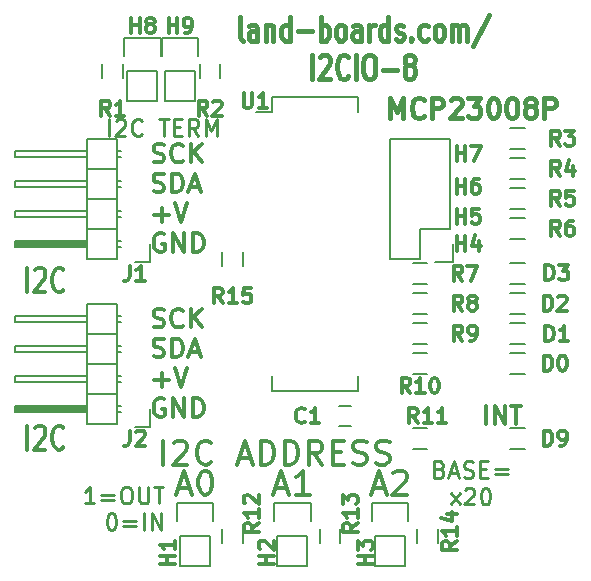
<source format=gto>
G04 #@! TF.FileFunction,Legend,Top*
%FSLAX46Y46*%
G04 Gerber Fmt 4.6, Leading zero omitted, Abs format (unit mm)*
G04 Created by KiCad (PCBNEW (after 2015-mar-04 BZR unknown)-product) date 10/20/2015 10:29:55 AM*
%MOMM*%
G01*
G04 APERTURE LIST*
%ADD10C,0.150000*%
%ADD11C,0.285750*%
%ADD12C,0.304800*%
%ADD13C,0.381000*%
%ADD14C,0.412750*%
G04 APERTURE END LIST*
D10*
D11*
X9222620Y-11172976D02*
X9222620Y-9775976D01*
X9821334Y-9909024D02*
X9887858Y-9842500D01*
X10020906Y-9775976D01*
X10353525Y-9775976D01*
X10486572Y-9842500D01*
X10553096Y-9909024D01*
X10619620Y-10042071D01*
X10619620Y-10175119D01*
X10553096Y-10374690D01*
X9754810Y-11172976D01*
X10619620Y-11172976D01*
X12016620Y-11039929D02*
X11950096Y-11106452D01*
X11750525Y-11172976D01*
X11617477Y-11172976D01*
X11417905Y-11106452D01*
X11284858Y-10973405D01*
X11218334Y-10840357D01*
X11151810Y-10574262D01*
X11151810Y-10374690D01*
X11218334Y-10108595D01*
X11284858Y-9975548D01*
X11417905Y-9842500D01*
X11617477Y-9775976D01*
X11750525Y-9775976D01*
X11950096Y-9842500D01*
X12016620Y-9909024D01*
X13480144Y-9775976D02*
X14278429Y-9775976D01*
X13879286Y-11172976D02*
X13879286Y-9775976D01*
X14744096Y-10441214D02*
X15209763Y-10441214D01*
X15409334Y-11172976D02*
X14744096Y-11172976D01*
X14744096Y-9775976D01*
X15409334Y-9775976D01*
X16806334Y-11172976D02*
X16340667Y-10507738D01*
X16008048Y-11172976D02*
X16008048Y-9775976D01*
X16540239Y-9775976D01*
X16673286Y-9842500D01*
X16739810Y-9909024D01*
X16806334Y-10042071D01*
X16806334Y-10241643D01*
X16739810Y-10374690D01*
X16673286Y-10441214D01*
X16540239Y-10507738D01*
X16008048Y-10507738D01*
X17405048Y-11172976D02*
X17405048Y-9775976D01*
X17870715Y-10773833D01*
X18336381Y-9775976D01*
X18336381Y-11172976D01*
X7982857Y-42310201D02*
X7184571Y-42310201D01*
X7583714Y-42310201D02*
X7583714Y-40913201D01*
X7450666Y-41112773D01*
X7317619Y-41245820D01*
X7184571Y-41312344D01*
X8581571Y-41578439D02*
X9645952Y-41578439D01*
X9645952Y-41977582D02*
X8581571Y-41977582D01*
X10577285Y-40913201D02*
X10843381Y-40913201D01*
X10976428Y-40979725D01*
X11109476Y-41112773D01*
X11176000Y-41378868D01*
X11176000Y-41844535D01*
X11109476Y-42110630D01*
X10976428Y-42243677D01*
X10843381Y-42310201D01*
X10577285Y-42310201D01*
X10444238Y-42243677D01*
X10311190Y-42110630D01*
X10244666Y-41844535D01*
X10244666Y-41378868D01*
X10311190Y-41112773D01*
X10444238Y-40979725D01*
X10577285Y-40913201D01*
X11774714Y-40913201D02*
X11774714Y-42044106D01*
X11841238Y-42177154D01*
X11907762Y-42243677D01*
X12040809Y-42310201D01*
X12306905Y-42310201D01*
X12439952Y-42243677D01*
X12506476Y-42177154D01*
X12573000Y-42044106D01*
X12573000Y-40913201D01*
X13038667Y-40913201D02*
X13836952Y-40913201D01*
X13437809Y-42310201D02*
X13437809Y-40913201D01*
X9379857Y-43154751D02*
X9512905Y-43154751D01*
X9645953Y-43221275D01*
X9712476Y-43287799D01*
X9779000Y-43420846D01*
X9845524Y-43686942D01*
X9845524Y-44019561D01*
X9779000Y-44285656D01*
X9712476Y-44418704D01*
X9645953Y-44485227D01*
X9512905Y-44551751D01*
X9379857Y-44551751D01*
X9246810Y-44485227D01*
X9180286Y-44418704D01*
X9113762Y-44285656D01*
X9047238Y-44019561D01*
X9047238Y-43686942D01*
X9113762Y-43420846D01*
X9180286Y-43287799D01*
X9246810Y-43221275D01*
X9379857Y-43154751D01*
X10444238Y-43819989D02*
X11508619Y-43819989D01*
X11508619Y-44219132D02*
X10444238Y-44219132D01*
X12173857Y-44551751D02*
X12173857Y-43154751D01*
X12839095Y-44551751D02*
X12839095Y-43154751D01*
X13637381Y-44551751D01*
X13637381Y-43154751D01*
X37217048Y-39419439D02*
X37416619Y-39485963D01*
X37483143Y-39552487D01*
X37549667Y-39685535D01*
X37549667Y-39885106D01*
X37483143Y-40018154D01*
X37416619Y-40084677D01*
X37283572Y-40151201D01*
X36751381Y-40151201D01*
X36751381Y-38754201D01*
X37217048Y-38754201D01*
X37350095Y-38820725D01*
X37416619Y-38887249D01*
X37483143Y-39020296D01*
X37483143Y-39153344D01*
X37416619Y-39286392D01*
X37350095Y-39352915D01*
X37217048Y-39419439D01*
X36751381Y-39419439D01*
X38081857Y-39752058D02*
X38747095Y-39752058D01*
X37948810Y-40151201D02*
X38414476Y-38754201D01*
X38880143Y-40151201D01*
X39279286Y-40084677D02*
X39478858Y-40151201D01*
X39811477Y-40151201D01*
X39944524Y-40084677D01*
X40011048Y-40018154D01*
X40077572Y-39885106D01*
X40077572Y-39752058D01*
X40011048Y-39619011D01*
X39944524Y-39552487D01*
X39811477Y-39485963D01*
X39545381Y-39419439D01*
X39412334Y-39352915D01*
X39345810Y-39286392D01*
X39279286Y-39153344D01*
X39279286Y-39020296D01*
X39345810Y-38887249D01*
X39412334Y-38820725D01*
X39545381Y-38754201D01*
X39878001Y-38754201D01*
X40077572Y-38820725D01*
X40676286Y-39419439D02*
X41141953Y-39419439D01*
X41341524Y-40151201D02*
X40676286Y-40151201D01*
X40676286Y-38754201D01*
X41341524Y-38754201D01*
X41940238Y-39419439D02*
X43004619Y-39419439D01*
X43004619Y-39818582D02*
X41940238Y-39818582D01*
X38181643Y-42392751D02*
X38913405Y-41461418D01*
X38181643Y-41461418D02*
X38913405Y-42392751D01*
X39379072Y-41128799D02*
X39445596Y-41062275D01*
X39578644Y-40995751D01*
X39911263Y-40995751D01*
X40044310Y-41062275D01*
X40110834Y-41128799D01*
X40177358Y-41261846D01*
X40177358Y-41394894D01*
X40110834Y-41594465D01*
X39312548Y-42392751D01*
X40177358Y-42392751D01*
X41042167Y-40995751D02*
X41175215Y-40995751D01*
X41308263Y-41062275D01*
X41374786Y-41128799D01*
X41441310Y-41261846D01*
X41507834Y-41527942D01*
X41507834Y-41860561D01*
X41441310Y-42126656D01*
X41374786Y-42259704D01*
X41308263Y-42326227D01*
X41175215Y-42392751D01*
X41042167Y-42392751D01*
X40909120Y-42326227D01*
X40842596Y-42259704D01*
X40776072Y-42126656D01*
X40709548Y-41860561D01*
X40709548Y-41527942D01*
X40776072Y-41261846D01*
X40842596Y-41128799D01*
X40909120Y-41062275D01*
X41042167Y-40995751D01*
D12*
X13836954Y-39019238D02*
X13836954Y-36987238D01*
X14707811Y-37180762D02*
X14804573Y-37084000D01*
X14998096Y-36987238D01*
X15481906Y-36987238D01*
X15675430Y-37084000D01*
X15772192Y-37180762D01*
X15868953Y-37374286D01*
X15868953Y-37567810D01*
X15772192Y-37858095D01*
X14611049Y-39019238D01*
X15868953Y-39019238D01*
X17900953Y-38825714D02*
X17804191Y-38922476D01*
X17513906Y-39019238D01*
X17320382Y-39019238D01*
X17030096Y-38922476D01*
X16836572Y-38728952D01*
X16739811Y-38535429D01*
X16643049Y-38148381D01*
X16643049Y-37858095D01*
X16739811Y-37471048D01*
X16836572Y-37277524D01*
X17030096Y-37084000D01*
X17320382Y-36987238D01*
X17513906Y-36987238D01*
X17804191Y-37084000D01*
X17900953Y-37180762D01*
X20223239Y-38438667D02*
X21190858Y-38438667D01*
X20029715Y-39019238D02*
X20707048Y-36987238D01*
X21384381Y-39019238D01*
X22061715Y-39019238D02*
X22061715Y-36987238D01*
X22545524Y-36987238D01*
X22835810Y-37084000D01*
X23029334Y-37277524D01*
X23126095Y-37471048D01*
X23222857Y-37858095D01*
X23222857Y-38148381D01*
X23126095Y-38535429D01*
X23029334Y-38728952D01*
X22835810Y-38922476D01*
X22545524Y-39019238D01*
X22061715Y-39019238D01*
X24093715Y-39019238D02*
X24093715Y-36987238D01*
X24577524Y-36987238D01*
X24867810Y-37084000D01*
X25061334Y-37277524D01*
X25158095Y-37471048D01*
X25254857Y-37858095D01*
X25254857Y-38148381D01*
X25158095Y-38535429D01*
X25061334Y-38728952D01*
X24867810Y-38922476D01*
X24577524Y-39019238D01*
X24093715Y-39019238D01*
X27286857Y-39019238D02*
X26609524Y-38051619D01*
X26125715Y-39019238D02*
X26125715Y-36987238D01*
X26899810Y-36987238D01*
X27093334Y-37084000D01*
X27190095Y-37180762D01*
X27286857Y-37374286D01*
X27286857Y-37664571D01*
X27190095Y-37858095D01*
X27093334Y-37954857D01*
X26899810Y-38051619D01*
X26125715Y-38051619D01*
X28157715Y-37954857D02*
X28835048Y-37954857D01*
X29125334Y-39019238D02*
X28157715Y-39019238D01*
X28157715Y-36987238D01*
X29125334Y-36987238D01*
X29899429Y-38922476D02*
X30189714Y-39019238D01*
X30673524Y-39019238D01*
X30867048Y-38922476D01*
X30963810Y-38825714D01*
X31060571Y-38632190D01*
X31060571Y-38438667D01*
X30963810Y-38245143D01*
X30867048Y-38148381D01*
X30673524Y-38051619D01*
X30286476Y-37954857D01*
X30092952Y-37858095D01*
X29996191Y-37761333D01*
X29899429Y-37567810D01*
X29899429Y-37374286D01*
X29996191Y-37180762D01*
X30092952Y-37084000D01*
X30286476Y-36987238D01*
X30770286Y-36987238D01*
X31060571Y-37084000D01*
X31834667Y-38922476D02*
X32124952Y-39019238D01*
X32608762Y-39019238D01*
X32802286Y-38922476D01*
X32899048Y-38825714D01*
X32995809Y-38632190D01*
X32995809Y-38438667D01*
X32899048Y-38245143D01*
X32802286Y-38148381D01*
X32608762Y-38051619D01*
X32221714Y-37954857D01*
X32028190Y-37858095D01*
X31931429Y-37761333D01*
X31834667Y-37567810D01*
X31834667Y-37374286D01*
X31931429Y-37180762D01*
X32028190Y-37084000D01*
X32221714Y-36987238D01*
X32705524Y-36987238D01*
X32995809Y-37084000D01*
X38656381Y-13274524D02*
X38656381Y-12004524D01*
X38656381Y-12609286D02*
X39382095Y-12609286D01*
X39382095Y-13274524D02*
X39382095Y-12004524D01*
X39865905Y-12004524D02*
X40712571Y-12004524D01*
X40168286Y-13274524D01*
X38656381Y-16068524D02*
X38656381Y-14798524D01*
X38656381Y-15403286D02*
X39382095Y-15403286D01*
X39382095Y-16068524D02*
X39382095Y-14798524D01*
X40531143Y-14798524D02*
X40289238Y-14798524D01*
X40168286Y-14859000D01*
X40107809Y-14919476D01*
X39986857Y-15100905D01*
X39926381Y-15342810D01*
X39926381Y-15826619D01*
X39986857Y-15947571D01*
X40047333Y-16008048D01*
X40168286Y-16068524D01*
X40410190Y-16068524D01*
X40531143Y-16008048D01*
X40591619Y-15947571D01*
X40652095Y-15826619D01*
X40652095Y-15524238D01*
X40591619Y-15403286D01*
X40531143Y-15342810D01*
X40410190Y-15282333D01*
X40168286Y-15282333D01*
X40047333Y-15342810D01*
X39986857Y-15403286D01*
X39926381Y-15524238D01*
X38656381Y-18608524D02*
X38656381Y-17338524D01*
X38656381Y-17943286D02*
X39382095Y-17943286D01*
X39382095Y-18608524D02*
X39382095Y-17338524D01*
X40591619Y-17338524D02*
X39986857Y-17338524D01*
X39926381Y-17943286D01*
X39986857Y-17882810D01*
X40107809Y-17822333D01*
X40410190Y-17822333D01*
X40531143Y-17882810D01*
X40591619Y-17943286D01*
X40652095Y-18064238D01*
X40652095Y-18366619D01*
X40591619Y-18487571D01*
X40531143Y-18548048D01*
X40410190Y-18608524D01*
X40107809Y-18608524D01*
X39986857Y-18548048D01*
X39926381Y-18487571D01*
X41166143Y-35614429D02*
X41166143Y-34090429D01*
X41891857Y-35614429D02*
X41891857Y-34090429D01*
X42762714Y-35614429D01*
X42762714Y-34090429D01*
X43270714Y-34090429D02*
X44141571Y-34090429D01*
X43706142Y-35614429D02*
X43706142Y-34090429D01*
X13002381Y-27331610D02*
X13229167Y-27407205D01*
X13607143Y-27407205D01*
X13758333Y-27331610D01*
X13833929Y-27256014D01*
X13909524Y-27104824D01*
X13909524Y-26953633D01*
X13833929Y-26802443D01*
X13758333Y-26726848D01*
X13607143Y-26651252D01*
X13304762Y-26575657D01*
X13153571Y-26500062D01*
X13077976Y-26424467D01*
X13002381Y-26273276D01*
X13002381Y-26122086D01*
X13077976Y-25970895D01*
X13153571Y-25895300D01*
X13304762Y-25819705D01*
X13682738Y-25819705D01*
X13909524Y-25895300D01*
X15497024Y-27256014D02*
X15421429Y-27331610D01*
X15194643Y-27407205D01*
X15043453Y-27407205D01*
X14816667Y-27331610D01*
X14665476Y-27180419D01*
X14589881Y-27029229D01*
X14514286Y-26726848D01*
X14514286Y-26500062D01*
X14589881Y-26197681D01*
X14665476Y-26046490D01*
X14816667Y-25895300D01*
X15043453Y-25819705D01*
X15194643Y-25819705D01*
X15421429Y-25895300D01*
X15497024Y-25970895D01*
X16177381Y-27407205D02*
X16177381Y-25819705D01*
X17084524Y-27407205D02*
X16404167Y-26500062D01*
X17084524Y-25819705D02*
X16177381Y-26726848D01*
X13002381Y-29858910D02*
X13229167Y-29934505D01*
X13607143Y-29934505D01*
X13758333Y-29858910D01*
X13833929Y-29783314D01*
X13909524Y-29632124D01*
X13909524Y-29480933D01*
X13833929Y-29329743D01*
X13758333Y-29254148D01*
X13607143Y-29178552D01*
X13304762Y-29102957D01*
X13153571Y-29027362D01*
X13077976Y-28951767D01*
X13002381Y-28800576D01*
X13002381Y-28649386D01*
X13077976Y-28498195D01*
X13153571Y-28422600D01*
X13304762Y-28347005D01*
X13682738Y-28347005D01*
X13909524Y-28422600D01*
X14589881Y-29934505D02*
X14589881Y-28347005D01*
X14967857Y-28347005D01*
X15194643Y-28422600D01*
X15345834Y-28573790D01*
X15421429Y-28724981D01*
X15497024Y-29027362D01*
X15497024Y-29254148D01*
X15421429Y-29556529D01*
X15345834Y-29707719D01*
X15194643Y-29858910D01*
X14967857Y-29934505D01*
X14589881Y-29934505D01*
X16101786Y-29480933D02*
X16857738Y-29480933D01*
X15950595Y-29934505D02*
X16479762Y-28347005D01*
X17008929Y-29934505D01*
X13077976Y-31857043D02*
X14287500Y-31857043D01*
X13682738Y-32461805D02*
X13682738Y-31252281D01*
X14816666Y-30874305D02*
X15345833Y-32461805D01*
X15875000Y-30874305D01*
X13909524Y-33477200D02*
X13758333Y-33401605D01*
X13531548Y-33401605D01*
X13304762Y-33477200D01*
X13153571Y-33628390D01*
X13077976Y-33779581D01*
X13002381Y-34081962D01*
X13002381Y-34308748D01*
X13077976Y-34611129D01*
X13153571Y-34762319D01*
X13304762Y-34913510D01*
X13531548Y-34989105D01*
X13682738Y-34989105D01*
X13909524Y-34913510D01*
X13985119Y-34837914D01*
X13985119Y-34308748D01*
X13682738Y-34308748D01*
X14665476Y-34989105D02*
X14665476Y-33401605D01*
X15572619Y-34989105D01*
X15572619Y-33401605D01*
X16328571Y-34989105D02*
X16328571Y-33401605D01*
X16706547Y-33401605D01*
X16933333Y-33477200D01*
X17084524Y-33628390D01*
X17160119Y-33779581D01*
X17235714Y-34081962D01*
X17235714Y-34308748D01*
X17160119Y-34611129D01*
X17084524Y-34762319D01*
X16933333Y-34913510D01*
X16706547Y-34989105D01*
X16328571Y-34989105D01*
X13002381Y-13361610D02*
X13229167Y-13437205D01*
X13607143Y-13437205D01*
X13758333Y-13361610D01*
X13833929Y-13286014D01*
X13909524Y-13134824D01*
X13909524Y-12983633D01*
X13833929Y-12832443D01*
X13758333Y-12756848D01*
X13607143Y-12681252D01*
X13304762Y-12605657D01*
X13153571Y-12530062D01*
X13077976Y-12454467D01*
X13002381Y-12303276D01*
X13002381Y-12152086D01*
X13077976Y-12000895D01*
X13153571Y-11925300D01*
X13304762Y-11849705D01*
X13682738Y-11849705D01*
X13909524Y-11925300D01*
X15497024Y-13286014D02*
X15421429Y-13361610D01*
X15194643Y-13437205D01*
X15043453Y-13437205D01*
X14816667Y-13361610D01*
X14665476Y-13210419D01*
X14589881Y-13059229D01*
X14514286Y-12756848D01*
X14514286Y-12530062D01*
X14589881Y-12227681D01*
X14665476Y-12076490D01*
X14816667Y-11925300D01*
X15043453Y-11849705D01*
X15194643Y-11849705D01*
X15421429Y-11925300D01*
X15497024Y-12000895D01*
X16177381Y-13437205D02*
X16177381Y-11849705D01*
X17084524Y-13437205D02*
X16404167Y-12530062D01*
X17084524Y-11849705D02*
X16177381Y-12756848D01*
X13002381Y-15888910D02*
X13229167Y-15964505D01*
X13607143Y-15964505D01*
X13758333Y-15888910D01*
X13833929Y-15813314D01*
X13909524Y-15662124D01*
X13909524Y-15510933D01*
X13833929Y-15359743D01*
X13758333Y-15284148D01*
X13607143Y-15208552D01*
X13304762Y-15132957D01*
X13153571Y-15057362D01*
X13077976Y-14981767D01*
X13002381Y-14830576D01*
X13002381Y-14679386D01*
X13077976Y-14528195D01*
X13153571Y-14452600D01*
X13304762Y-14377005D01*
X13682738Y-14377005D01*
X13909524Y-14452600D01*
X14589881Y-15964505D02*
X14589881Y-14377005D01*
X14967857Y-14377005D01*
X15194643Y-14452600D01*
X15345834Y-14603790D01*
X15421429Y-14754981D01*
X15497024Y-15057362D01*
X15497024Y-15284148D01*
X15421429Y-15586529D01*
X15345834Y-15737719D01*
X15194643Y-15888910D01*
X14967857Y-15964505D01*
X14589881Y-15964505D01*
X16101786Y-15510933D02*
X16857738Y-15510933D01*
X15950595Y-15964505D02*
X16479762Y-14377005D01*
X17008929Y-15964505D01*
X13077976Y-17887043D02*
X14287500Y-17887043D01*
X13682738Y-18491805D02*
X13682738Y-17282281D01*
X14816666Y-16904305D02*
X15345833Y-18491805D01*
X15875000Y-16904305D01*
X13909524Y-19507200D02*
X13758333Y-19431605D01*
X13531548Y-19431605D01*
X13304762Y-19507200D01*
X13153571Y-19658390D01*
X13077976Y-19809581D01*
X13002381Y-20111962D01*
X13002381Y-20338748D01*
X13077976Y-20641129D01*
X13153571Y-20792319D01*
X13304762Y-20943510D01*
X13531548Y-21019105D01*
X13682738Y-21019105D01*
X13909524Y-20943510D01*
X13985119Y-20867914D01*
X13985119Y-20338748D01*
X13682738Y-20338748D01*
X14665476Y-21019105D02*
X14665476Y-19431605D01*
X15572619Y-21019105D01*
X15572619Y-19431605D01*
X16328571Y-21019105D02*
X16328571Y-19431605D01*
X16706547Y-19431605D01*
X16933333Y-19507200D01*
X17084524Y-19658390D01*
X17160119Y-19809581D01*
X17235714Y-20111962D01*
X17235714Y-20338748D01*
X17160119Y-20641129D01*
X17084524Y-20792319D01*
X16933333Y-20943510D01*
X16706547Y-21019105D01*
X16328571Y-21019105D01*
D13*
X20537715Y-3116338D02*
X20392573Y-3019576D01*
X20320001Y-2826052D01*
X20320001Y-1084338D01*
X21771430Y-3116338D02*
X21771430Y-2051957D01*
X21698859Y-1858433D01*
X21553716Y-1761671D01*
X21263430Y-1761671D01*
X21118287Y-1858433D01*
X21771430Y-3019576D02*
X21626287Y-3116338D01*
X21263430Y-3116338D01*
X21118287Y-3019576D01*
X21045716Y-2826052D01*
X21045716Y-2632529D01*
X21118287Y-2439005D01*
X21263430Y-2342243D01*
X21626287Y-2342243D01*
X21771430Y-2245481D01*
X22497144Y-1761671D02*
X22497144Y-3116338D01*
X22497144Y-1955195D02*
X22569716Y-1858433D01*
X22714858Y-1761671D01*
X22932573Y-1761671D01*
X23077716Y-1858433D01*
X23150287Y-2051957D01*
X23150287Y-3116338D01*
X24529144Y-3116338D02*
X24529144Y-1084338D01*
X24529144Y-3019576D02*
X24384001Y-3116338D01*
X24093715Y-3116338D01*
X23948573Y-3019576D01*
X23876001Y-2922814D01*
X23803430Y-2729290D01*
X23803430Y-2148719D01*
X23876001Y-1955195D01*
X23948573Y-1858433D01*
X24093715Y-1761671D01*
X24384001Y-1761671D01*
X24529144Y-1858433D01*
X25254858Y-2342243D02*
X26416001Y-2342243D01*
X27141715Y-3116338D02*
X27141715Y-1084338D01*
X27141715Y-1858433D02*
X27286858Y-1761671D01*
X27577144Y-1761671D01*
X27722287Y-1858433D01*
X27794858Y-1955195D01*
X27867429Y-2148719D01*
X27867429Y-2729290D01*
X27794858Y-2922814D01*
X27722287Y-3019576D01*
X27577144Y-3116338D01*
X27286858Y-3116338D01*
X27141715Y-3019576D01*
X28738286Y-3116338D02*
X28593144Y-3019576D01*
X28520572Y-2922814D01*
X28448001Y-2729290D01*
X28448001Y-2148719D01*
X28520572Y-1955195D01*
X28593144Y-1858433D01*
X28738286Y-1761671D01*
X28956001Y-1761671D01*
X29101144Y-1858433D01*
X29173715Y-1955195D01*
X29246286Y-2148719D01*
X29246286Y-2729290D01*
X29173715Y-2922814D01*
X29101144Y-3019576D01*
X28956001Y-3116338D01*
X28738286Y-3116338D01*
X30552572Y-3116338D02*
X30552572Y-2051957D01*
X30480001Y-1858433D01*
X30334858Y-1761671D01*
X30044572Y-1761671D01*
X29899429Y-1858433D01*
X30552572Y-3019576D02*
X30407429Y-3116338D01*
X30044572Y-3116338D01*
X29899429Y-3019576D01*
X29826858Y-2826052D01*
X29826858Y-2632529D01*
X29899429Y-2439005D01*
X30044572Y-2342243D01*
X30407429Y-2342243D01*
X30552572Y-2245481D01*
X31278286Y-3116338D02*
X31278286Y-1761671D01*
X31278286Y-2148719D02*
X31350858Y-1955195D01*
X31423429Y-1858433D01*
X31568572Y-1761671D01*
X31713715Y-1761671D01*
X32874858Y-3116338D02*
X32874858Y-1084338D01*
X32874858Y-3019576D02*
X32729715Y-3116338D01*
X32439429Y-3116338D01*
X32294287Y-3019576D01*
X32221715Y-2922814D01*
X32149144Y-2729290D01*
X32149144Y-2148719D01*
X32221715Y-1955195D01*
X32294287Y-1858433D01*
X32439429Y-1761671D01*
X32729715Y-1761671D01*
X32874858Y-1858433D01*
X33528001Y-3019576D02*
X33673144Y-3116338D01*
X33963429Y-3116338D01*
X34108572Y-3019576D01*
X34181144Y-2826052D01*
X34181144Y-2729290D01*
X34108572Y-2535767D01*
X33963429Y-2439005D01*
X33745715Y-2439005D01*
X33600572Y-2342243D01*
X33528001Y-2148719D01*
X33528001Y-2051957D01*
X33600572Y-1858433D01*
X33745715Y-1761671D01*
X33963429Y-1761671D01*
X34108572Y-1858433D01*
X34834286Y-2922814D02*
X34906858Y-3019576D01*
X34834286Y-3116338D01*
X34761715Y-3019576D01*
X34834286Y-2922814D01*
X34834286Y-3116338D01*
X36213143Y-3019576D02*
X36068000Y-3116338D01*
X35777714Y-3116338D01*
X35632572Y-3019576D01*
X35560000Y-2922814D01*
X35487429Y-2729290D01*
X35487429Y-2148719D01*
X35560000Y-1955195D01*
X35632572Y-1858433D01*
X35777714Y-1761671D01*
X36068000Y-1761671D01*
X36213143Y-1858433D01*
X37084000Y-3116338D02*
X36938858Y-3019576D01*
X36866286Y-2922814D01*
X36793715Y-2729290D01*
X36793715Y-2148719D01*
X36866286Y-1955195D01*
X36938858Y-1858433D01*
X37084000Y-1761671D01*
X37301715Y-1761671D01*
X37446858Y-1858433D01*
X37519429Y-1955195D01*
X37592000Y-2148719D01*
X37592000Y-2729290D01*
X37519429Y-2922814D01*
X37446858Y-3019576D01*
X37301715Y-3116338D01*
X37084000Y-3116338D01*
X38245143Y-3116338D02*
X38245143Y-1761671D01*
X38245143Y-1955195D02*
X38317715Y-1858433D01*
X38462857Y-1761671D01*
X38680572Y-1761671D01*
X38825715Y-1858433D01*
X38898286Y-2051957D01*
X38898286Y-3116338D01*
X38898286Y-2051957D02*
X38970857Y-1858433D01*
X39116000Y-1761671D01*
X39333715Y-1761671D01*
X39478857Y-1858433D01*
X39551429Y-2051957D01*
X39551429Y-3116338D01*
X41365715Y-987576D02*
X40059429Y-3600148D01*
X26416000Y-6342138D02*
X26416000Y-4310138D01*
X27069143Y-4503662D02*
X27141714Y-4406900D01*
X27286857Y-4310138D01*
X27649714Y-4310138D01*
X27794857Y-4406900D01*
X27867428Y-4503662D01*
X27940000Y-4697186D01*
X27940000Y-4890710D01*
X27867428Y-5180995D01*
X26996571Y-6342138D01*
X27940000Y-6342138D01*
X29464000Y-6148614D02*
X29391429Y-6245376D01*
X29173715Y-6342138D01*
X29028572Y-6342138D01*
X28810857Y-6245376D01*
X28665715Y-6051852D01*
X28593143Y-5858329D01*
X28520572Y-5471281D01*
X28520572Y-5180995D01*
X28593143Y-4793948D01*
X28665715Y-4600424D01*
X28810857Y-4406900D01*
X29028572Y-4310138D01*
X29173715Y-4310138D01*
X29391429Y-4406900D01*
X29464000Y-4503662D01*
X30117143Y-6342138D02*
X30117143Y-4310138D01*
X31133143Y-4310138D02*
X31423429Y-4310138D01*
X31568571Y-4406900D01*
X31713714Y-4600424D01*
X31786286Y-4987471D01*
X31786286Y-5664805D01*
X31713714Y-6051852D01*
X31568571Y-6245376D01*
X31423429Y-6342138D01*
X31133143Y-6342138D01*
X30988000Y-6245376D01*
X30842857Y-6051852D01*
X30770286Y-5664805D01*
X30770286Y-4987471D01*
X30842857Y-4600424D01*
X30988000Y-4406900D01*
X31133143Y-4310138D01*
X32439428Y-5568043D02*
X33600571Y-5568043D01*
X34543999Y-5180995D02*
X34398857Y-5084233D01*
X34326285Y-4987471D01*
X34253714Y-4793948D01*
X34253714Y-4697186D01*
X34326285Y-4503662D01*
X34398857Y-4406900D01*
X34543999Y-4310138D01*
X34834285Y-4310138D01*
X34979428Y-4406900D01*
X35051999Y-4503662D01*
X35124571Y-4697186D01*
X35124571Y-4793948D01*
X35051999Y-4987471D01*
X34979428Y-5084233D01*
X34834285Y-5180995D01*
X34543999Y-5180995D01*
X34398857Y-5277757D01*
X34326285Y-5374519D01*
X34253714Y-5568043D01*
X34253714Y-5955090D01*
X34326285Y-6148614D01*
X34398857Y-6245376D01*
X34543999Y-6342138D01*
X34834285Y-6342138D01*
X34979428Y-6245376D01*
X35051999Y-6148614D01*
X35124571Y-5955090D01*
X35124571Y-5568043D01*
X35051999Y-5374519D01*
X34979428Y-5277757D01*
X34834285Y-5180995D01*
D14*
X33047214Y-9636881D02*
X33047214Y-7985881D01*
X33597548Y-9165167D01*
X34147881Y-7985881D01*
X34147881Y-9636881D01*
X35877500Y-9479643D02*
X35798881Y-9558262D01*
X35563024Y-9636881D01*
X35405786Y-9636881D01*
X35169928Y-9558262D01*
X35012690Y-9401024D01*
X34934071Y-9243786D01*
X34855452Y-8929310D01*
X34855452Y-8693452D01*
X34934071Y-8378976D01*
X35012690Y-8221738D01*
X35169928Y-8064500D01*
X35405786Y-7985881D01*
X35563024Y-7985881D01*
X35798881Y-8064500D01*
X35877500Y-8143119D01*
X36585071Y-9636881D02*
X36585071Y-7985881D01*
X37214024Y-7985881D01*
X37371262Y-8064500D01*
X37449881Y-8143119D01*
X37528500Y-8300357D01*
X37528500Y-8536214D01*
X37449881Y-8693452D01*
X37371262Y-8772071D01*
X37214024Y-8850690D01*
X36585071Y-8850690D01*
X38157452Y-8143119D02*
X38236071Y-8064500D01*
X38393309Y-7985881D01*
X38786405Y-7985881D01*
X38943643Y-8064500D01*
X39022262Y-8143119D01*
X39100881Y-8300357D01*
X39100881Y-8457595D01*
X39022262Y-8693452D01*
X38078833Y-9636881D01*
X39100881Y-9636881D01*
X39651214Y-7985881D02*
X40673262Y-7985881D01*
X40122928Y-8614833D01*
X40358786Y-8614833D01*
X40516024Y-8693452D01*
X40594643Y-8772071D01*
X40673262Y-8929310D01*
X40673262Y-9322405D01*
X40594643Y-9479643D01*
X40516024Y-9558262D01*
X40358786Y-9636881D01*
X39887071Y-9636881D01*
X39729833Y-9558262D01*
X39651214Y-9479643D01*
X41695309Y-7985881D02*
X41852548Y-7985881D01*
X42009786Y-8064500D01*
X42088405Y-8143119D01*
X42167024Y-8300357D01*
X42245643Y-8614833D01*
X42245643Y-9007929D01*
X42167024Y-9322405D01*
X42088405Y-9479643D01*
X42009786Y-9558262D01*
X41852548Y-9636881D01*
X41695309Y-9636881D01*
X41538071Y-9558262D01*
X41459452Y-9479643D01*
X41380833Y-9322405D01*
X41302214Y-9007929D01*
X41302214Y-8614833D01*
X41380833Y-8300357D01*
X41459452Y-8143119D01*
X41538071Y-8064500D01*
X41695309Y-7985881D01*
X43267690Y-7985881D02*
X43424929Y-7985881D01*
X43582167Y-8064500D01*
X43660786Y-8143119D01*
X43739405Y-8300357D01*
X43818024Y-8614833D01*
X43818024Y-9007929D01*
X43739405Y-9322405D01*
X43660786Y-9479643D01*
X43582167Y-9558262D01*
X43424929Y-9636881D01*
X43267690Y-9636881D01*
X43110452Y-9558262D01*
X43031833Y-9479643D01*
X42953214Y-9322405D01*
X42874595Y-9007929D01*
X42874595Y-8614833D01*
X42953214Y-8300357D01*
X43031833Y-8143119D01*
X43110452Y-8064500D01*
X43267690Y-7985881D01*
X44761452Y-8693452D02*
X44604214Y-8614833D01*
X44525595Y-8536214D01*
X44446976Y-8378976D01*
X44446976Y-8300357D01*
X44525595Y-8143119D01*
X44604214Y-8064500D01*
X44761452Y-7985881D01*
X45075929Y-7985881D01*
X45233167Y-8064500D01*
X45311786Y-8143119D01*
X45390405Y-8300357D01*
X45390405Y-8378976D01*
X45311786Y-8536214D01*
X45233167Y-8614833D01*
X45075929Y-8693452D01*
X44761452Y-8693452D01*
X44604214Y-8772071D01*
X44525595Y-8850690D01*
X44446976Y-9007929D01*
X44446976Y-9322405D01*
X44525595Y-9479643D01*
X44604214Y-9558262D01*
X44761452Y-9636881D01*
X45075929Y-9636881D01*
X45233167Y-9558262D01*
X45311786Y-9479643D01*
X45390405Y-9322405D01*
X45390405Y-9007929D01*
X45311786Y-8850690D01*
X45233167Y-8772071D01*
X45075929Y-8693452D01*
X46097976Y-9636881D02*
X46097976Y-7985881D01*
X46726929Y-7985881D01*
X46884167Y-8064500D01*
X46962786Y-8143119D01*
X47041405Y-8300357D01*
X47041405Y-8536214D01*
X46962786Y-8693452D01*
X46884167Y-8772071D01*
X46726929Y-8850690D01*
X46097976Y-8850690D01*
D12*
X2322286Y-24414238D02*
X2322286Y-22382238D01*
X2975429Y-22575762D02*
X3048000Y-22479000D01*
X3193143Y-22382238D01*
X3556000Y-22382238D01*
X3701143Y-22479000D01*
X3773714Y-22575762D01*
X3846286Y-22769286D01*
X3846286Y-22962810D01*
X3773714Y-23253095D01*
X2902857Y-24414238D01*
X3846286Y-24414238D01*
X5370286Y-24220714D02*
X5297715Y-24317476D01*
X5080001Y-24414238D01*
X4934858Y-24414238D01*
X4717143Y-24317476D01*
X4572001Y-24123952D01*
X4499429Y-23930429D01*
X4426858Y-23543381D01*
X4426858Y-23253095D01*
X4499429Y-22866048D01*
X4572001Y-22672524D01*
X4717143Y-22479000D01*
X4934858Y-22382238D01*
X5080001Y-22382238D01*
X5297715Y-22479000D01*
X5370286Y-22575762D01*
X2322286Y-37749238D02*
X2322286Y-35717238D01*
X2975429Y-35910762D02*
X3048000Y-35814000D01*
X3193143Y-35717238D01*
X3556000Y-35717238D01*
X3701143Y-35814000D01*
X3773714Y-35910762D01*
X3846286Y-36104286D01*
X3846286Y-36297810D01*
X3773714Y-36588095D01*
X2902857Y-37749238D01*
X3846286Y-37749238D01*
X5370286Y-37555714D02*
X5297715Y-37652476D01*
X5080001Y-37749238D01*
X4934858Y-37749238D01*
X4717143Y-37652476D01*
X4572001Y-37458952D01*
X4499429Y-37265429D01*
X4426858Y-36878381D01*
X4426858Y-36588095D01*
X4499429Y-36201048D01*
X4572001Y-36007524D01*
X4717143Y-35814000D01*
X4934858Y-35717238D01*
X5080001Y-35717238D01*
X5297715Y-35814000D01*
X5370286Y-35910762D01*
X31568572Y-40978667D02*
X32536191Y-40978667D01*
X31375048Y-41559238D02*
X32052381Y-39527238D01*
X32729714Y-41559238D01*
X33310286Y-39720762D02*
X33407048Y-39624000D01*
X33600571Y-39527238D01*
X34084381Y-39527238D01*
X34277905Y-39624000D01*
X34374667Y-39720762D01*
X34471428Y-39914286D01*
X34471428Y-40107810D01*
X34374667Y-40398095D01*
X33213524Y-41559238D01*
X34471428Y-41559238D01*
X23313572Y-40978667D02*
X24281191Y-40978667D01*
X23120048Y-41559238D02*
X23797381Y-39527238D01*
X24474714Y-41559238D01*
X26216428Y-41559238D02*
X25055286Y-41559238D01*
X25635857Y-41559238D02*
X25635857Y-39527238D01*
X25442333Y-39817524D01*
X25248809Y-40011048D01*
X25055286Y-40107810D01*
X15058572Y-40978667D02*
X16026191Y-40978667D01*
X14865048Y-41559238D02*
X15542381Y-39527238D01*
X16219714Y-41559238D01*
X17284095Y-39527238D02*
X17477619Y-39527238D01*
X17671143Y-39624000D01*
X17767905Y-39720762D01*
X17864667Y-39914286D01*
X17961428Y-40301333D01*
X17961428Y-40785143D01*
X17864667Y-41172190D01*
X17767905Y-41365714D01*
X17671143Y-41462476D01*
X17477619Y-41559238D01*
X17284095Y-41559238D01*
X17090571Y-41462476D01*
X16993809Y-41365714D01*
X16897048Y-41172190D01*
X16800286Y-40785143D01*
X16800286Y-40301333D01*
X16897048Y-39914286D01*
X16993809Y-39720762D01*
X17090571Y-39624000D01*
X17284095Y-39527238D01*
D10*
X22995000Y-7865000D02*
X22995000Y-9135000D01*
X30345000Y-7865000D02*
X30345000Y-9135000D01*
X30345000Y-32775000D02*
X30345000Y-31505000D01*
X22995000Y-32775000D02*
X22995000Y-31505000D01*
X22995000Y-7865000D02*
X30345000Y-7865000D01*
X22995000Y-32775000D02*
X30345000Y-32775000D01*
X22995000Y-9135000D02*
X21710000Y-9135000D01*
X44415000Y-37705000D02*
X43215000Y-37705000D01*
X43215000Y-35955000D02*
X44415000Y-35955000D01*
X44415000Y-23735000D02*
X43215000Y-23735000D01*
X43215000Y-21985000D02*
X44415000Y-21985000D01*
X44415000Y-26275000D02*
X43215000Y-26275000D01*
X43215000Y-24525000D02*
X44415000Y-24525000D01*
X44415000Y-28815000D02*
X43215000Y-28815000D01*
X43215000Y-27065000D02*
X44415000Y-27065000D01*
X44415000Y-31355000D02*
X43215000Y-31355000D01*
X43215000Y-29605000D02*
X44415000Y-29605000D01*
X34290000Y-45085000D02*
X34290000Y-47625000D01*
X34570000Y-42265000D02*
X34570000Y-43815000D01*
X34290000Y-45085000D02*
X31750000Y-45085000D01*
X31470000Y-43815000D02*
X31470000Y-42265000D01*
X31470000Y-42265000D02*
X34570000Y-42265000D01*
X31750000Y-45085000D02*
X31750000Y-47625000D01*
X31750000Y-47625000D02*
X34290000Y-47625000D01*
X20560000Y-44485000D02*
X20560000Y-45685000D01*
X18810000Y-45685000D02*
X18810000Y-44485000D01*
X28815000Y-44485000D02*
X28815000Y-45685000D01*
X27065000Y-45685000D02*
X27065000Y-44485000D01*
X37070000Y-44485000D02*
X37070000Y-45685000D01*
X35320000Y-45685000D02*
X35320000Y-44485000D01*
X10400000Y-5115000D02*
X10400000Y-6315000D01*
X8650000Y-6315000D02*
X8650000Y-5115000D01*
X18655000Y-5115000D02*
X18655000Y-6315000D01*
X16905000Y-6315000D02*
X16905000Y-5115000D01*
X34960000Y-35955000D02*
X36160000Y-35955000D01*
X36160000Y-37705000D02*
X34960000Y-37705000D01*
X44415000Y-12305000D02*
X43215000Y-12305000D01*
X43215000Y-10555000D02*
X44415000Y-10555000D01*
X44415000Y-14845000D02*
X43215000Y-14845000D01*
X43215000Y-13095000D02*
X44415000Y-13095000D01*
X44415000Y-17385000D02*
X43215000Y-17385000D01*
X43215000Y-15635000D02*
X44415000Y-15635000D01*
X44415000Y-19925000D02*
X43215000Y-19925000D01*
X43215000Y-18175000D02*
X44415000Y-18175000D01*
X34960000Y-21985000D02*
X36160000Y-21985000D01*
X36160000Y-23735000D02*
X34960000Y-23735000D01*
X34960000Y-24525000D02*
X36160000Y-24525000D01*
X36160000Y-26275000D02*
X34960000Y-26275000D01*
X34960000Y-27065000D02*
X36160000Y-27065000D01*
X36160000Y-28815000D02*
X34960000Y-28815000D01*
X34960000Y-29605000D02*
X36160000Y-29605000D01*
X36160000Y-31355000D02*
X34960000Y-31355000D01*
X18810000Y-22190000D02*
X18810000Y-20990000D01*
X20560000Y-20990000D02*
X20560000Y-22190000D01*
X29710000Y-34075000D02*
X28710000Y-34075000D01*
X28710000Y-35775000D02*
X29710000Y-35775000D01*
X12730000Y-21870000D02*
X12730000Y-20320000D01*
X11430000Y-21870000D02*
X12730000Y-21870000D01*
X7239000Y-20447000D02*
X1397000Y-20447000D01*
X1397000Y-20447000D02*
X1397000Y-20193000D01*
X1397000Y-20193000D02*
X7239000Y-20193000D01*
X7239000Y-20193000D02*
X7239000Y-20320000D01*
X7239000Y-20320000D02*
X1397000Y-20320000D01*
X9906000Y-20574000D02*
X10287000Y-20574000D01*
X9906000Y-20066000D02*
X10287000Y-20066000D01*
X9906000Y-18034000D02*
X10287000Y-18034000D01*
X9906000Y-17526000D02*
X10287000Y-17526000D01*
X9906000Y-15494000D02*
X10287000Y-15494000D01*
X9906000Y-14986000D02*
X10287000Y-14986000D01*
X9906000Y-12446000D02*
X10287000Y-12446000D01*
X9906000Y-12954000D02*
X10287000Y-12954000D01*
X9906000Y-21590000D02*
X7366000Y-21590000D01*
X9906000Y-19050000D02*
X7366000Y-19050000D01*
X9906000Y-19050000D02*
X9906000Y-16510000D01*
X9906000Y-16510000D02*
X7366000Y-16510000D01*
X7366000Y-18034000D02*
X1270000Y-18034000D01*
X1270000Y-18034000D02*
X1270000Y-17526000D01*
X1270000Y-17526000D02*
X7366000Y-17526000D01*
X7366000Y-16510000D02*
X7366000Y-19050000D01*
X7366000Y-19050000D02*
X7366000Y-21590000D01*
X1270000Y-20066000D02*
X7366000Y-20066000D01*
X1270000Y-20574000D02*
X1270000Y-20066000D01*
X7366000Y-20574000D02*
X1270000Y-20574000D01*
X9906000Y-19050000D02*
X7366000Y-19050000D01*
X9906000Y-21590000D02*
X9906000Y-19050000D01*
X9906000Y-13970000D02*
X7366000Y-13970000D01*
X9906000Y-13970000D02*
X9906000Y-11430000D01*
X9906000Y-11430000D02*
X7366000Y-11430000D01*
X7366000Y-12954000D02*
X1270000Y-12954000D01*
X1270000Y-12954000D02*
X1270000Y-12446000D01*
X1270000Y-12446000D02*
X7366000Y-12446000D01*
X7366000Y-11430000D02*
X7366000Y-13970000D01*
X7366000Y-13970000D02*
X7366000Y-16510000D01*
X1270000Y-14986000D02*
X7366000Y-14986000D01*
X1270000Y-15494000D02*
X1270000Y-14986000D01*
X7366000Y-15494000D02*
X1270000Y-15494000D01*
X9906000Y-13970000D02*
X7366000Y-13970000D01*
X9906000Y-16510000D02*
X9906000Y-13970000D01*
X9906000Y-16510000D02*
X7366000Y-16510000D01*
X12730000Y-35840000D02*
X12730000Y-34290000D01*
X11430000Y-35840000D02*
X12730000Y-35840000D01*
X7239000Y-34417000D02*
X1397000Y-34417000D01*
X1397000Y-34417000D02*
X1397000Y-34163000D01*
X1397000Y-34163000D02*
X7239000Y-34163000D01*
X7239000Y-34163000D02*
X7239000Y-34290000D01*
X7239000Y-34290000D02*
X1397000Y-34290000D01*
X9906000Y-34544000D02*
X10287000Y-34544000D01*
X9906000Y-34036000D02*
X10287000Y-34036000D01*
X9906000Y-32004000D02*
X10287000Y-32004000D01*
X9906000Y-31496000D02*
X10287000Y-31496000D01*
X9906000Y-29464000D02*
X10287000Y-29464000D01*
X9906000Y-28956000D02*
X10287000Y-28956000D01*
X9906000Y-26416000D02*
X10287000Y-26416000D01*
X9906000Y-26924000D02*
X10287000Y-26924000D01*
X9906000Y-35560000D02*
X7366000Y-35560000D01*
X9906000Y-33020000D02*
X7366000Y-33020000D01*
X9906000Y-33020000D02*
X9906000Y-30480000D01*
X9906000Y-30480000D02*
X7366000Y-30480000D01*
X7366000Y-32004000D02*
X1270000Y-32004000D01*
X1270000Y-32004000D02*
X1270000Y-31496000D01*
X1270000Y-31496000D02*
X7366000Y-31496000D01*
X7366000Y-30480000D02*
X7366000Y-33020000D01*
X7366000Y-33020000D02*
X7366000Y-35560000D01*
X1270000Y-34036000D02*
X7366000Y-34036000D01*
X1270000Y-34544000D02*
X1270000Y-34036000D01*
X7366000Y-34544000D02*
X1270000Y-34544000D01*
X9906000Y-33020000D02*
X7366000Y-33020000D01*
X9906000Y-35560000D02*
X9906000Y-33020000D01*
X9906000Y-27940000D02*
X7366000Y-27940000D01*
X9906000Y-27940000D02*
X9906000Y-25400000D01*
X9906000Y-25400000D02*
X7366000Y-25400000D01*
X7366000Y-26924000D02*
X1270000Y-26924000D01*
X1270000Y-26924000D02*
X1270000Y-26416000D01*
X1270000Y-26416000D02*
X7366000Y-26416000D01*
X7366000Y-25400000D02*
X7366000Y-27940000D01*
X7366000Y-27940000D02*
X7366000Y-30480000D01*
X1270000Y-28956000D02*
X7366000Y-28956000D01*
X1270000Y-29464000D02*
X1270000Y-28956000D01*
X7366000Y-29464000D02*
X1270000Y-29464000D01*
X9906000Y-27940000D02*
X7366000Y-27940000D01*
X9906000Y-30480000D02*
X9906000Y-27940000D01*
X9906000Y-30480000D02*
X7366000Y-30480000D01*
X17780000Y-45085000D02*
X17780000Y-47625000D01*
X18060000Y-42265000D02*
X18060000Y-43815000D01*
X17780000Y-45085000D02*
X15240000Y-45085000D01*
X14960000Y-43815000D02*
X14960000Y-42265000D01*
X14960000Y-42265000D02*
X18060000Y-42265000D01*
X15240000Y-45085000D02*
X15240000Y-47625000D01*
X15240000Y-47625000D02*
X17780000Y-47625000D01*
X26035000Y-45085000D02*
X26035000Y-47625000D01*
X26315000Y-42265000D02*
X26315000Y-43815000D01*
X26035000Y-45085000D02*
X23495000Y-45085000D01*
X23215000Y-43815000D02*
X23215000Y-42265000D01*
X23215000Y-42265000D02*
X26315000Y-42265000D01*
X23495000Y-45085000D02*
X23495000Y-47625000D01*
X23495000Y-47625000D02*
X26035000Y-47625000D01*
X13335000Y-5715000D02*
X13335000Y-8255000D01*
X13615000Y-2895000D02*
X13615000Y-4445000D01*
X13335000Y-5715000D02*
X10795000Y-5715000D01*
X10515000Y-4445000D02*
X10515000Y-2895000D01*
X10515000Y-2895000D02*
X13615000Y-2895000D01*
X10795000Y-5715000D02*
X10795000Y-8255000D01*
X10795000Y-8255000D02*
X13335000Y-8255000D01*
X16510000Y-5715000D02*
X16510000Y-8255000D01*
X16790000Y-2895000D02*
X16790000Y-4445000D01*
X16510000Y-5715000D02*
X13970000Y-5715000D01*
X13690000Y-4445000D02*
X13690000Y-2895000D01*
X13690000Y-2895000D02*
X16790000Y-2895000D01*
X13970000Y-5715000D02*
X13970000Y-8255000D01*
X13970000Y-8255000D02*
X16510000Y-8255000D01*
X38100000Y-19050000D02*
X38100000Y-11430000D01*
X38100000Y-11430000D02*
X33020000Y-11430000D01*
X33020000Y-11430000D02*
X33020000Y-21590000D01*
X33020000Y-21590000D02*
X35560000Y-21590000D01*
X36830000Y-21870000D02*
X38380000Y-21870000D01*
X35560000Y-21590000D02*
X35560000Y-19050000D01*
X35560000Y-19050000D02*
X38100000Y-19050000D01*
X38380000Y-21870000D02*
X38380000Y-20320000D01*
D12*
X20622381Y-7559524D02*
X20622381Y-8587619D01*
X20682857Y-8708571D01*
X20743333Y-8769048D01*
X20864286Y-8829524D01*
X21106190Y-8829524D01*
X21227143Y-8769048D01*
X21287619Y-8708571D01*
X21348095Y-8587619D01*
X21348095Y-7559524D01*
X22618095Y-8829524D02*
X21892381Y-8829524D01*
X22255238Y-8829524D02*
X22255238Y-7559524D01*
X22134286Y-7740952D01*
X22013333Y-7861905D01*
X21892381Y-7922381D01*
X46052619Y-37404524D02*
X46052619Y-36134524D01*
X46355000Y-36134524D01*
X46536428Y-36195000D01*
X46657381Y-36315952D01*
X46717857Y-36436905D01*
X46778333Y-36678810D01*
X46778333Y-36860238D01*
X46717857Y-37102143D01*
X46657381Y-37223095D01*
X46536428Y-37344048D01*
X46355000Y-37404524D01*
X46052619Y-37404524D01*
X47383095Y-37404524D02*
X47625000Y-37404524D01*
X47745952Y-37344048D01*
X47806428Y-37283571D01*
X47927381Y-37102143D01*
X47987857Y-36860238D01*
X47987857Y-36376429D01*
X47927381Y-36255476D01*
X47866905Y-36195000D01*
X47745952Y-36134524D01*
X47504048Y-36134524D01*
X47383095Y-36195000D01*
X47322619Y-36255476D01*
X47262143Y-36376429D01*
X47262143Y-36678810D01*
X47322619Y-36799762D01*
X47383095Y-36860238D01*
X47504048Y-36920714D01*
X47745952Y-36920714D01*
X47866905Y-36860238D01*
X47927381Y-36799762D01*
X47987857Y-36678810D01*
X46187619Y-23389524D02*
X46187619Y-22119524D01*
X46490000Y-22119524D01*
X46671428Y-22180000D01*
X46792381Y-22300952D01*
X46852857Y-22421905D01*
X46913333Y-22663810D01*
X46913333Y-22845238D01*
X46852857Y-23087143D01*
X46792381Y-23208095D01*
X46671428Y-23329048D01*
X46490000Y-23389524D01*
X46187619Y-23389524D01*
X47336667Y-22119524D02*
X48122857Y-22119524D01*
X47699524Y-22603333D01*
X47880952Y-22603333D01*
X48001905Y-22663810D01*
X48062381Y-22724286D01*
X48122857Y-22845238D01*
X48122857Y-23147619D01*
X48062381Y-23268571D01*
X48001905Y-23329048D01*
X47880952Y-23389524D01*
X47518095Y-23389524D01*
X47397143Y-23329048D01*
X47336667Y-23268571D01*
X46052619Y-25974524D02*
X46052619Y-24704524D01*
X46355000Y-24704524D01*
X46536428Y-24765000D01*
X46657381Y-24885952D01*
X46717857Y-25006905D01*
X46778333Y-25248810D01*
X46778333Y-25430238D01*
X46717857Y-25672143D01*
X46657381Y-25793095D01*
X46536428Y-25914048D01*
X46355000Y-25974524D01*
X46052619Y-25974524D01*
X47262143Y-24825476D02*
X47322619Y-24765000D01*
X47443571Y-24704524D01*
X47745952Y-24704524D01*
X47866905Y-24765000D01*
X47927381Y-24825476D01*
X47987857Y-24946429D01*
X47987857Y-25067381D01*
X47927381Y-25248810D01*
X47201667Y-25974524D01*
X47987857Y-25974524D01*
X46187619Y-28549524D02*
X46187619Y-27279524D01*
X46490000Y-27279524D01*
X46671428Y-27340000D01*
X46792381Y-27460952D01*
X46852857Y-27581905D01*
X46913333Y-27823810D01*
X46913333Y-28005238D01*
X46852857Y-28247143D01*
X46792381Y-28368095D01*
X46671428Y-28489048D01*
X46490000Y-28549524D01*
X46187619Y-28549524D01*
X48122857Y-28549524D02*
X47397143Y-28549524D01*
X47760000Y-28549524D02*
X47760000Y-27279524D01*
X47639048Y-27460952D01*
X47518095Y-27581905D01*
X47397143Y-27642381D01*
X46052619Y-31054524D02*
X46052619Y-29784524D01*
X46355000Y-29784524D01*
X46536428Y-29845000D01*
X46657381Y-29965952D01*
X46717857Y-30086905D01*
X46778333Y-30328810D01*
X46778333Y-30510238D01*
X46717857Y-30752143D01*
X46657381Y-30873095D01*
X46536428Y-30994048D01*
X46355000Y-31054524D01*
X46052619Y-31054524D01*
X47564524Y-29784524D02*
X47685476Y-29784524D01*
X47806428Y-29845000D01*
X47866905Y-29905476D01*
X47927381Y-30026429D01*
X47987857Y-30268333D01*
X47987857Y-30570714D01*
X47927381Y-30812619D01*
X47866905Y-30933571D01*
X47806428Y-30994048D01*
X47685476Y-31054524D01*
X47564524Y-31054524D01*
X47443571Y-30994048D01*
X47383095Y-30933571D01*
X47322619Y-30812619D01*
X47262143Y-30570714D01*
X47262143Y-30268333D01*
X47322619Y-30026429D01*
X47383095Y-29905476D01*
X47443571Y-29845000D01*
X47564524Y-29784524D01*
X31562524Y-47449619D02*
X30292524Y-47449619D01*
X30897286Y-47449619D02*
X30897286Y-46723905D01*
X31562524Y-46723905D02*
X30292524Y-46723905D01*
X30292524Y-46240095D02*
X30292524Y-45453905D01*
X30776333Y-45877238D01*
X30776333Y-45695810D01*
X30836810Y-45574857D01*
X30897286Y-45514381D01*
X31018238Y-45453905D01*
X31320619Y-45453905D01*
X31441571Y-45514381D01*
X31502048Y-45574857D01*
X31562524Y-45695810D01*
X31562524Y-46058667D01*
X31502048Y-46179619D01*
X31441571Y-46240095D01*
X21910524Y-43996429D02*
X21305762Y-44419762D01*
X21910524Y-44722143D02*
X20640524Y-44722143D01*
X20640524Y-44238334D01*
X20701000Y-44117381D01*
X20761476Y-44056905D01*
X20882429Y-43996429D01*
X21063857Y-43996429D01*
X21184810Y-44056905D01*
X21245286Y-44117381D01*
X21305762Y-44238334D01*
X21305762Y-44722143D01*
X21910524Y-42786905D02*
X21910524Y-43512619D01*
X21910524Y-43149762D02*
X20640524Y-43149762D01*
X20821952Y-43270714D01*
X20942905Y-43391667D01*
X21003381Y-43512619D01*
X20761476Y-42303095D02*
X20701000Y-42242619D01*
X20640524Y-42121667D01*
X20640524Y-41819286D01*
X20701000Y-41698333D01*
X20761476Y-41637857D01*
X20882429Y-41577381D01*
X21003381Y-41577381D01*
X21184810Y-41637857D01*
X21910524Y-42363571D01*
X21910524Y-41577381D01*
X30292524Y-43996429D02*
X29687762Y-44419762D01*
X30292524Y-44722143D02*
X29022524Y-44722143D01*
X29022524Y-44238334D01*
X29083000Y-44117381D01*
X29143476Y-44056905D01*
X29264429Y-43996429D01*
X29445857Y-43996429D01*
X29566810Y-44056905D01*
X29627286Y-44117381D01*
X29687762Y-44238334D01*
X29687762Y-44722143D01*
X30292524Y-42786905D02*
X30292524Y-43512619D01*
X30292524Y-43149762D02*
X29022524Y-43149762D01*
X29203952Y-43270714D01*
X29324905Y-43391667D01*
X29385381Y-43512619D01*
X29022524Y-42363571D02*
X29022524Y-41577381D01*
X29506333Y-42000714D01*
X29506333Y-41819286D01*
X29566810Y-41698333D01*
X29627286Y-41637857D01*
X29748238Y-41577381D01*
X30050619Y-41577381D01*
X30171571Y-41637857D01*
X30232048Y-41698333D01*
X30292524Y-41819286D01*
X30292524Y-42182143D01*
X30232048Y-42303095D01*
X30171571Y-42363571D01*
X38674524Y-45520429D02*
X38069762Y-45943762D01*
X38674524Y-46246143D02*
X37404524Y-46246143D01*
X37404524Y-45762334D01*
X37465000Y-45641381D01*
X37525476Y-45580905D01*
X37646429Y-45520429D01*
X37827857Y-45520429D01*
X37948810Y-45580905D01*
X38009286Y-45641381D01*
X38069762Y-45762334D01*
X38069762Y-46246143D01*
X38674524Y-44310905D02*
X38674524Y-45036619D01*
X38674524Y-44673762D02*
X37404524Y-44673762D01*
X37585952Y-44794714D01*
X37706905Y-44915667D01*
X37767381Y-45036619D01*
X37827857Y-43222333D02*
X38674524Y-43222333D01*
X37344048Y-43524714D02*
X38251190Y-43827095D01*
X38251190Y-43040905D01*
X9313333Y-9464524D02*
X8890000Y-8859762D01*
X8587619Y-9464524D02*
X8587619Y-8194524D01*
X9071428Y-8194524D01*
X9192381Y-8255000D01*
X9252857Y-8315476D01*
X9313333Y-8436429D01*
X9313333Y-8617857D01*
X9252857Y-8738810D01*
X9192381Y-8799286D01*
X9071428Y-8859762D01*
X8587619Y-8859762D01*
X10522857Y-9464524D02*
X9797143Y-9464524D01*
X10160000Y-9464524D02*
X10160000Y-8194524D01*
X10039048Y-8375952D01*
X9918095Y-8496905D01*
X9797143Y-8557381D01*
X17568333Y-9464524D02*
X17145000Y-8859762D01*
X16842619Y-9464524D02*
X16842619Y-8194524D01*
X17326428Y-8194524D01*
X17447381Y-8255000D01*
X17507857Y-8315476D01*
X17568333Y-8436429D01*
X17568333Y-8617857D01*
X17507857Y-8738810D01*
X17447381Y-8799286D01*
X17326428Y-8859762D01*
X16842619Y-8859762D01*
X18052143Y-8315476D02*
X18112619Y-8255000D01*
X18233571Y-8194524D01*
X18535952Y-8194524D01*
X18656905Y-8255000D01*
X18717381Y-8315476D01*
X18777857Y-8436429D01*
X18777857Y-8557381D01*
X18717381Y-8738810D01*
X17991667Y-9464524D01*
X18777857Y-9464524D01*
X35378571Y-35499524D02*
X34955238Y-34894762D01*
X34652857Y-35499524D02*
X34652857Y-34229524D01*
X35136666Y-34229524D01*
X35257619Y-34290000D01*
X35318095Y-34350476D01*
X35378571Y-34471429D01*
X35378571Y-34652857D01*
X35318095Y-34773810D01*
X35257619Y-34834286D01*
X35136666Y-34894762D01*
X34652857Y-34894762D01*
X36588095Y-35499524D02*
X35862381Y-35499524D01*
X36225238Y-35499524D02*
X36225238Y-34229524D01*
X36104286Y-34410952D01*
X35983333Y-34531905D01*
X35862381Y-34592381D01*
X37797619Y-35499524D02*
X37071905Y-35499524D01*
X37434762Y-35499524D02*
X37434762Y-34229524D01*
X37313810Y-34410952D01*
X37192857Y-34531905D01*
X37071905Y-34592381D01*
X47413333Y-12004524D02*
X46990000Y-11399762D01*
X46687619Y-12004524D02*
X46687619Y-10734524D01*
X47171428Y-10734524D01*
X47292381Y-10795000D01*
X47352857Y-10855476D01*
X47413333Y-10976429D01*
X47413333Y-11157857D01*
X47352857Y-11278810D01*
X47292381Y-11339286D01*
X47171428Y-11399762D01*
X46687619Y-11399762D01*
X47836667Y-10734524D02*
X48622857Y-10734524D01*
X48199524Y-11218333D01*
X48380952Y-11218333D01*
X48501905Y-11278810D01*
X48562381Y-11339286D01*
X48622857Y-11460238D01*
X48622857Y-11762619D01*
X48562381Y-11883571D01*
X48501905Y-11944048D01*
X48380952Y-12004524D01*
X48018095Y-12004524D01*
X47897143Y-11944048D01*
X47836667Y-11883571D01*
X47413333Y-14544524D02*
X46990000Y-13939762D01*
X46687619Y-14544524D02*
X46687619Y-13274524D01*
X47171428Y-13274524D01*
X47292381Y-13335000D01*
X47352857Y-13395476D01*
X47413333Y-13516429D01*
X47413333Y-13697857D01*
X47352857Y-13818810D01*
X47292381Y-13879286D01*
X47171428Y-13939762D01*
X46687619Y-13939762D01*
X48501905Y-13697857D02*
X48501905Y-14544524D01*
X48199524Y-13214048D02*
X47897143Y-14121190D01*
X48683333Y-14121190D01*
X47413333Y-17084524D02*
X46990000Y-16479762D01*
X46687619Y-17084524D02*
X46687619Y-15814524D01*
X47171428Y-15814524D01*
X47292381Y-15875000D01*
X47352857Y-15935476D01*
X47413333Y-16056429D01*
X47413333Y-16237857D01*
X47352857Y-16358810D01*
X47292381Y-16419286D01*
X47171428Y-16479762D01*
X46687619Y-16479762D01*
X48562381Y-15814524D02*
X47957619Y-15814524D01*
X47897143Y-16419286D01*
X47957619Y-16358810D01*
X48078571Y-16298333D01*
X48380952Y-16298333D01*
X48501905Y-16358810D01*
X48562381Y-16419286D01*
X48622857Y-16540238D01*
X48622857Y-16842619D01*
X48562381Y-16963571D01*
X48501905Y-17024048D01*
X48380952Y-17084524D01*
X48078571Y-17084524D01*
X47957619Y-17024048D01*
X47897143Y-16963571D01*
X47413333Y-19624524D02*
X46990000Y-19019762D01*
X46687619Y-19624524D02*
X46687619Y-18354524D01*
X47171428Y-18354524D01*
X47292381Y-18415000D01*
X47352857Y-18475476D01*
X47413333Y-18596429D01*
X47413333Y-18777857D01*
X47352857Y-18898810D01*
X47292381Y-18959286D01*
X47171428Y-19019762D01*
X46687619Y-19019762D01*
X48501905Y-18354524D02*
X48260000Y-18354524D01*
X48139048Y-18415000D01*
X48078571Y-18475476D01*
X47957619Y-18656905D01*
X47897143Y-18898810D01*
X47897143Y-19382619D01*
X47957619Y-19503571D01*
X48018095Y-19564048D01*
X48139048Y-19624524D01*
X48380952Y-19624524D01*
X48501905Y-19564048D01*
X48562381Y-19503571D01*
X48622857Y-19382619D01*
X48622857Y-19080238D01*
X48562381Y-18959286D01*
X48501905Y-18898810D01*
X48380952Y-18838333D01*
X48139048Y-18838333D01*
X48018095Y-18898810D01*
X47957619Y-18959286D01*
X47897143Y-19080238D01*
X39158333Y-23434524D02*
X38735000Y-22829762D01*
X38432619Y-23434524D02*
X38432619Y-22164524D01*
X38916428Y-22164524D01*
X39037381Y-22225000D01*
X39097857Y-22285476D01*
X39158333Y-22406429D01*
X39158333Y-22587857D01*
X39097857Y-22708810D01*
X39037381Y-22769286D01*
X38916428Y-22829762D01*
X38432619Y-22829762D01*
X39581667Y-22164524D02*
X40428333Y-22164524D01*
X39884048Y-23434524D01*
X39158333Y-25974524D02*
X38735000Y-25369762D01*
X38432619Y-25974524D02*
X38432619Y-24704524D01*
X38916428Y-24704524D01*
X39037381Y-24765000D01*
X39097857Y-24825476D01*
X39158333Y-24946429D01*
X39158333Y-25127857D01*
X39097857Y-25248810D01*
X39037381Y-25309286D01*
X38916428Y-25369762D01*
X38432619Y-25369762D01*
X39884048Y-25248810D02*
X39763095Y-25188333D01*
X39702619Y-25127857D01*
X39642143Y-25006905D01*
X39642143Y-24946429D01*
X39702619Y-24825476D01*
X39763095Y-24765000D01*
X39884048Y-24704524D01*
X40125952Y-24704524D01*
X40246905Y-24765000D01*
X40307381Y-24825476D01*
X40367857Y-24946429D01*
X40367857Y-25006905D01*
X40307381Y-25127857D01*
X40246905Y-25188333D01*
X40125952Y-25248810D01*
X39884048Y-25248810D01*
X39763095Y-25309286D01*
X39702619Y-25369762D01*
X39642143Y-25490714D01*
X39642143Y-25732619D01*
X39702619Y-25853571D01*
X39763095Y-25914048D01*
X39884048Y-25974524D01*
X40125952Y-25974524D01*
X40246905Y-25914048D01*
X40307381Y-25853571D01*
X40367857Y-25732619D01*
X40367857Y-25490714D01*
X40307381Y-25369762D01*
X40246905Y-25309286D01*
X40125952Y-25248810D01*
X39158333Y-28514524D02*
X38735000Y-27909762D01*
X38432619Y-28514524D02*
X38432619Y-27244524D01*
X38916428Y-27244524D01*
X39037381Y-27305000D01*
X39097857Y-27365476D01*
X39158333Y-27486429D01*
X39158333Y-27667857D01*
X39097857Y-27788810D01*
X39037381Y-27849286D01*
X38916428Y-27909762D01*
X38432619Y-27909762D01*
X39763095Y-28514524D02*
X40005000Y-28514524D01*
X40125952Y-28454048D01*
X40186428Y-28393571D01*
X40307381Y-28212143D01*
X40367857Y-27970238D01*
X40367857Y-27486429D01*
X40307381Y-27365476D01*
X40246905Y-27305000D01*
X40125952Y-27244524D01*
X39884048Y-27244524D01*
X39763095Y-27305000D01*
X39702619Y-27365476D01*
X39642143Y-27486429D01*
X39642143Y-27788810D01*
X39702619Y-27909762D01*
X39763095Y-27970238D01*
X39884048Y-28030714D01*
X40125952Y-28030714D01*
X40246905Y-27970238D01*
X40307381Y-27909762D01*
X40367857Y-27788810D01*
X34743571Y-32959524D02*
X34320238Y-32354762D01*
X34017857Y-32959524D02*
X34017857Y-31689524D01*
X34501666Y-31689524D01*
X34622619Y-31750000D01*
X34683095Y-31810476D01*
X34743571Y-31931429D01*
X34743571Y-32112857D01*
X34683095Y-32233810D01*
X34622619Y-32294286D01*
X34501666Y-32354762D01*
X34017857Y-32354762D01*
X35953095Y-32959524D02*
X35227381Y-32959524D01*
X35590238Y-32959524D02*
X35590238Y-31689524D01*
X35469286Y-31870952D01*
X35348333Y-31991905D01*
X35227381Y-32052381D01*
X36739286Y-31689524D02*
X36860238Y-31689524D01*
X36981190Y-31750000D01*
X37041667Y-31810476D01*
X37102143Y-31931429D01*
X37162619Y-32173333D01*
X37162619Y-32475714D01*
X37102143Y-32717619D01*
X37041667Y-32838571D01*
X36981190Y-32899048D01*
X36860238Y-32959524D01*
X36739286Y-32959524D01*
X36618333Y-32899048D01*
X36557857Y-32838571D01*
X36497381Y-32717619D01*
X36436905Y-32475714D01*
X36436905Y-32173333D01*
X36497381Y-31931429D01*
X36557857Y-31810476D01*
X36618333Y-31750000D01*
X36739286Y-31689524D01*
X18868571Y-25339524D02*
X18445238Y-24734762D01*
X18142857Y-25339524D02*
X18142857Y-24069524D01*
X18626666Y-24069524D01*
X18747619Y-24130000D01*
X18808095Y-24190476D01*
X18868571Y-24311429D01*
X18868571Y-24492857D01*
X18808095Y-24613810D01*
X18747619Y-24674286D01*
X18626666Y-24734762D01*
X18142857Y-24734762D01*
X20078095Y-25339524D02*
X19352381Y-25339524D01*
X19715238Y-25339524D02*
X19715238Y-24069524D01*
X19594286Y-24250952D01*
X19473333Y-24371905D01*
X19352381Y-24432381D01*
X21227143Y-24069524D02*
X20622381Y-24069524D01*
X20561905Y-24674286D01*
X20622381Y-24613810D01*
X20743333Y-24553333D01*
X21045714Y-24553333D01*
X21166667Y-24613810D01*
X21227143Y-24674286D01*
X21287619Y-24795238D01*
X21287619Y-25097619D01*
X21227143Y-25218571D01*
X21166667Y-25279048D01*
X21045714Y-25339524D01*
X20743333Y-25339524D01*
X20622381Y-25279048D01*
X20561905Y-25218571D01*
X25823333Y-35378571D02*
X25762857Y-35439048D01*
X25581428Y-35499524D01*
X25460476Y-35499524D01*
X25279048Y-35439048D01*
X25158095Y-35318095D01*
X25097619Y-35197143D01*
X25037143Y-34955238D01*
X25037143Y-34773810D01*
X25097619Y-34531905D01*
X25158095Y-34410952D01*
X25279048Y-34290000D01*
X25460476Y-34229524D01*
X25581428Y-34229524D01*
X25762857Y-34290000D01*
X25823333Y-34350476D01*
X27032857Y-35499524D02*
X26307143Y-35499524D01*
X26670000Y-35499524D02*
X26670000Y-34229524D01*
X26549048Y-34410952D01*
X26428095Y-34531905D01*
X26307143Y-34592381D01*
X11006667Y-22164524D02*
X11006667Y-23071667D01*
X10946191Y-23253095D01*
X10825239Y-23374048D01*
X10643810Y-23434524D01*
X10522858Y-23434524D01*
X12276667Y-23434524D02*
X11550953Y-23434524D01*
X11913810Y-23434524D02*
X11913810Y-22164524D01*
X11792858Y-22345952D01*
X11671905Y-22466905D01*
X11550953Y-22527381D01*
X11006667Y-36134524D02*
X11006667Y-37041667D01*
X10946191Y-37223095D01*
X10825239Y-37344048D01*
X10643810Y-37404524D01*
X10522858Y-37404524D01*
X11550953Y-36255476D02*
X11611429Y-36195000D01*
X11732381Y-36134524D01*
X12034762Y-36134524D01*
X12155715Y-36195000D01*
X12216191Y-36255476D01*
X12276667Y-36376429D01*
X12276667Y-36497381D01*
X12216191Y-36678810D01*
X11490477Y-37404524D01*
X12276667Y-37404524D01*
X14798524Y-47449619D02*
X13528524Y-47449619D01*
X14133286Y-47449619D02*
X14133286Y-46723905D01*
X14798524Y-46723905D02*
X13528524Y-46723905D01*
X14798524Y-45453905D02*
X14798524Y-46179619D01*
X14798524Y-45816762D02*
X13528524Y-45816762D01*
X13709952Y-45937714D01*
X13830905Y-46058667D01*
X13891381Y-46179619D01*
X23180524Y-47449619D02*
X21910524Y-47449619D01*
X22515286Y-47449619D02*
X22515286Y-46723905D01*
X23180524Y-46723905D02*
X21910524Y-46723905D01*
X22031476Y-46179619D02*
X21971000Y-46119143D01*
X21910524Y-45998191D01*
X21910524Y-45695810D01*
X21971000Y-45574857D01*
X22031476Y-45514381D01*
X22152429Y-45453905D01*
X22273381Y-45453905D01*
X22454810Y-45514381D01*
X23180524Y-46240095D01*
X23180524Y-45453905D01*
X11097381Y-2479524D02*
X11097381Y-1209524D01*
X11097381Y-1814286D02*
X11823095Y-1814286D01*
X11823095Y-2479524D02*
X11823095Y-1209524D01*
X12609286Y-1753810D02*
X12488333Y-1693333D01*
X12427857Y-1632857D01*
X12367381Y-1511905D01*
X12367381Y-1451429D01*
X12427857Y-1330476D01*
X12488333Y-1270000D01*
X12609286Y-1209524D01*
X12851190Y-1209524D01*
X12972143Y-1270000D01*
X13032619Y-1330476D01*
X13093095Y-1451429D01*
X13093095Y-1511905D01*
X13032619Y-1632857D01*
X12972143Y-1693333D01*
X12851190Y-1753810D01*
X12609286Y-1753810D01*
X12488333Y-1814286D01*
X12427857Y-1874762D01*
X12367381Y-1995714D01*
X12367381Y-2237619D01*
X12427857Y-2358571D01*
X12488333Y-2419048D01*
X12609286Y-2479524D01*
X12851190Y-2479524D01*
X12972143Y-2419048D01*
X13032619Y-2358571D01*
X13093095Y-2237619D01*
X13093095Y-1995714D01*
X13032619Y-1874762D01*
X12972143Y-1814286D01*
X12851190Y-1753810D01*
X14272381Y-2479524D02*
X14272381Y-1209524D01*
X14272381Y-1814286D02*
X14998095Y-1814286D01*
X14998095Y-2479524D02*
X14998095Y-1209524D01*
X15663333Y-2479524D02*
X15905238Y-2479524D01*
X16026190Y-2419048D01*
X16086666Y-2358571D01*
X16207619Y-2177143D01*
X16268095Y-1935238D01*
X16268095Y-1451429D01*
X16207619Y-1330476D01*
X16147143Y-1270000D01*
X16026190Y-1209524D01*
X15784286Y-1209524D01*
X15663333Y-1270000D01*
X15602857Y-1330476D01*
X15542381Y-1451429D01*
X15542381Y-1753810D01*
X15602857Y-1874762D01*
X15663333Y-1935238D01*
X15784286Y-1995714D01*
X16026190Y-1995714D01*
X16147143Y-1935238D01*
X16207619Y-1874762D01*
X16268095Y-1753810D01*
X38656381Y-20894524D02*
X38656381Y-19624524D01*
X38656381Y-20229286D02*
X39382095Y-20229286D01*
X39382095Y-20894524D02*
X39382095Y-19624524D01*
X40531143Y-20047857D02*
X40531143Y-20894524D01*
X40228762Y-19564048D02*
X39926381Y-20471190D01*
X40712571Y-20471190D01*
M02*

</source>
